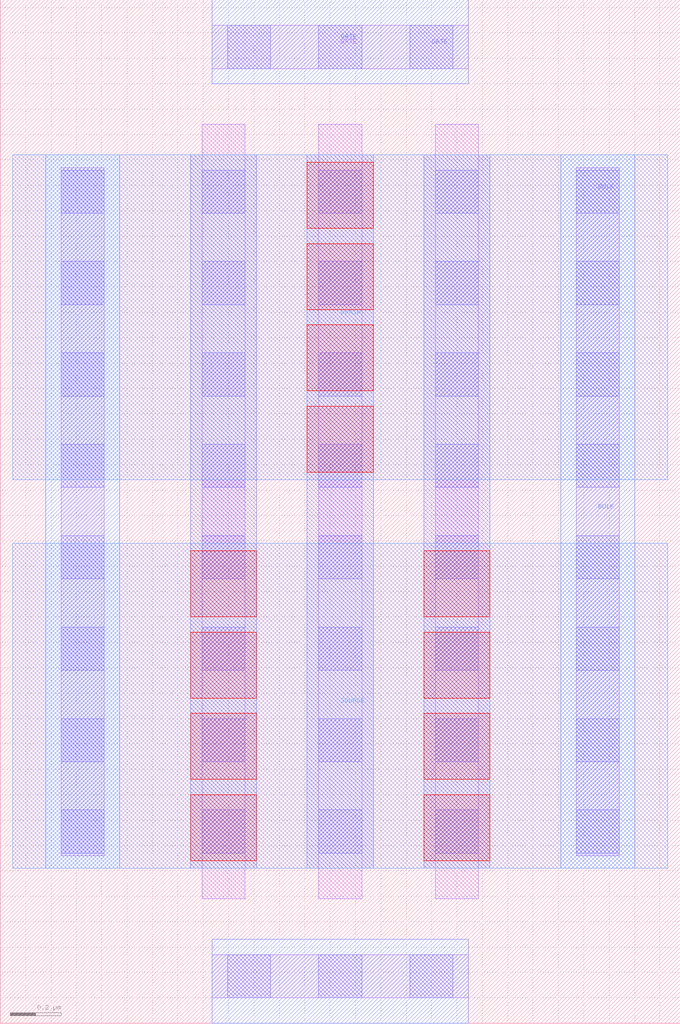
<source format=lef>
# Copyright 2020 The SkyWater PDK Authors
#
# Licensed under the Apache License, Version 2.0 (the "License");
# you may not use this file except in compliance with the License.
# You may obtain a copy of the License at
#
#     https://www.apache.org/licenses/LICENSE-2.0
#
# Unless required by applicable law or agreed to in writing, software
# distributed under the License is distributed on an "AS IS" BASIS,
# WITHOUT WARRANTIES OR CONDITIONS OF ANY KIND, either express or implied.
# See the License for the specific language governing permissions and
# limitations under the License.
#
# SPDX-License-Identifier: Apache-2.0

VERSION 5.7 ;
  NOWIREEXTENSIONATPIN ON ;
  DIVIDERCHAR "/" ;
  BUSBITCHARS "[]" ;
MACRO sky130_fd_pr__rf_pfet_01v8_aM02W3p00L0p18
  CLASS BLOCK ;
  FOREIGN sky130_fd_pr__rf_pfet_01v8_aM02W3p00L0p18 ;
  ORIGIN  0.000000  0.000000 ;
  SIZE  2.680000 BY  4.030000 ;
  PIN BULK
    ANTENNADIFFAREA  1.745800 ;
    PORT
      LAYER li1 ;
        RECT 0.240000 0.660000 0.410000 3.370000 ;
        RECT 2.270000 0.660000 2.440000 3.370000 ;
      LAYER mcon ;
        RECT 0.240000 0.670000 0.410000 0.840000 ;
        RECT 0.240000 1.030000 0.410000 1.200000 ;
        RECT 0.240000 1.390000 0.410000 1.560000 ;
        RECT 0.240000 1.750000 0.410000 1.920000 ;
        RECT 0.240000 2.110000 0.410000 2.280000 ;
        RECT 0.240000 2.470000 0.410000 2.640000 ;
        RECT 0.240000 2.830000 0.410000 3.000000 ;
        RECT 0.240000 3.190000 0.410000 3.360000 ;
        RECT 2.270000 0.670000 2.440000 0.840000 ;
        RECT 2.270000 1.030000 2.440000 1.200000 ;
        RECT 2.270000 1.390000 2.440000 1.560000 ;
        RECT 2.270000 1.750000 2.440000 1.920000 ;
        RECT 2.270000 2.110000 2.440000 2.280000 ;
        RECT 2.270000 2.470000 2.440000 2.640000 ;
        RECT 2.270000 2.830000 2.440000 3.000000 ;
        RECT 2.270000 3.190000 2.440000 3.360000 ;
    END
    PORT
      LAYER met1 ;
        RECT 0.180000 0.610000 0.470000 3.420000 ;
        RECT 2.210000 0.610000 2.500000 3.420000 ;
    END
  END BULK
  PIN DRAIN
    ANTENNADIFFAREA  0.842800 ;
    PORT
      LAYER met2 ;
        RECT 0.050000 2.140000 2.630000 3.420000 ;
    END
  END DRAIN
  PIN GATE
    ANTENNAGATEAREA  1.083600 ;
    PORT
      LAYER li1 ;
        RECT 0.835000 0.100000 1.845000 0.270000 ;
        RECT 0.835000 3.760000 1.845000 3.930000 ;
      LAYER mcon ;
        RECT 0.895000 0.100000 1.065000 0.270000 ;
        RECT 0.895000 3.760000 1.065000 3.930000 ;
        RECT 1.255000 0.100000 1.425000 0.270000 ;
        RECT 1.255000 3.760000 1.425000 3.930000 ;
        RECT 1.615000 0.100000 1.785000 0.270000 ;
        RECT 1.615000 3.760000 1.785000 3.930000 ;
    END
    PORT
      LAYER met1 ;
        RECT 0.835000 0.000000 1.845000 0.330000 ;
        RECT 0.835000 3.700000 1.845000 4.030000 ;
    END
  END GATE
  PIN SOURCE
    ANTENNADIFFAREA  1.685600 ;
    PORT
      LAYER met2 ;
        RECT 0.050000 0.610000 2.630000 1.890000 ;
    END
  END SOURCE
  OBS
    LAYER li1 ;
      RECT 0.795000 0.490000 0.965000 3.540000 ;
      RECT 1.255000 0.490000 1.425000 3.540000 ;
      RECT 1.715000 0.490000 1.885000 3.540000 ;
    LAYER mcon ;
      RECT 0.795000 0.670000 0.965000 0.840000 ;
      RECT 0.795000 1.030000 0.965000 1.200000 ;
      RECT 0.795000 1.390000 0.965000 1.560000 ;
      RECT 0.795000 1.750000 0.965000 1.920000 ;
      RECT 0.795000 2.110000 0.965000 2.280000 ;
      RECT 0.795000 2.470000 0.965000 2.640000 ;
      RECT 0.795000 2.830000 0.965000 3.000000 ;
      RECT 0.795000 3.190000 0.965000 3.360000 ;
      RECT 1.255000 0.670000 1.425000 0.840000 ;
      RECT 1.255000 1.030000 1.425000 1.200000 ;
      RECT 1.255000 1.390000 1.425000 1.560000 ;
      RECT 1.255000 1.750000 1.425000 1.920000 ;
      RECT 1.255000 2.110000 1.425000 2.280000 ;
      RECT 1.255000 2.470000 1.425000 2.640000 ;
      RECT 1.255000 2.830000 1.425000 3.000000 ;
      RECT 1.255000 3.190000 1.425000 3.360000 ;
      RECT 1.715000 0.670000 1.885000 0.840000 ;
      RECT 1.715000 1.030000 1.885000 1.200000 ;
      RECT 1.715000 1.390000 1.885000 1.560000 ;
      RECT 1.715000 1.750000 1.885000 1.920000 ;
      RECT 1.715000 2.110000 1.885000 2.280000 ;
      RECT 1.715000 2.470000 1.885000 2.640000 ;
      RECT 1.715000 2.830000 1.885000 3.000000 ;
      RECT 1.715000 3.190000 1.885000 3.360000 ;
    LAYER met1 ;
      RECT 0.750000 0.610000 1.010000 3.420000 ;
      RECT 1.210000 0.610000 1.470000 3.420000 ;
      RECT 1.670000 0.610000 1.930000 3.420000 ;
    LAYER via ;
      RECT 0.750000 0.640000 1.010000 0.900000 ;
      RECT 0.750000 0.960000 1.010000 1.220000 ;
      RECT 0.750000 1.280000 1.010000 1.540000 ;
      RECT 0.750000 1.600000 1.010000 1.860000 ;
      RECT 1.210000 2.170000 1.470000 2.430000 ;
      RECT 1.210000 2.490000 1.470000 2.750000 ;
      RECT 1.210000 2.810000 1.470000 3.070000 ;
      RECT 1.210000 3.130000 1.470000 3.390000 ;
      RECT 1.670000 0.640000 1.930000 0.900000 ;
      RECT 1.670000 0.960000 1.930000 1.220000 ;
      RECT 1.670000 1.280000 1.930000 1.540000 ;
      RECT 1.670000 1.600000 1.930000 1.860000 ;
  END
END sky130_fd_pr__rf_pfet_01v8_aM02W3p00L0p18
END LIBRARY

</source>
